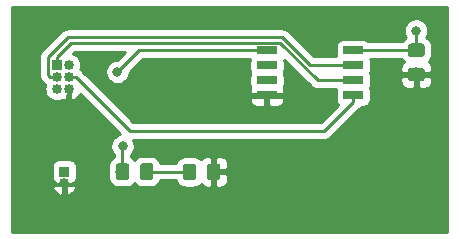
<source format=gbr>
G04 #@! TF.GenerationSoftware,KiCad,Pcbnew,(5.1.2)-1*
G04 #@! TF.CreationDate,2019-08-25T21:22:12-05:00*
G04 #@! TF.ProjectId,attiny-devboard,61747469-6e79-42d6-9465-76626f617264,rev?*
G04 #@! TF.SameCoordinates,Original*
G04 #@! TF.FileFunction,Copper,L1,Top*
G04 #@! TF.FilePolarity,Positive*
%FSLAX46Y46*%
G04 Gerber Fmt 4.6, Leading zero omitted, Abs format (unit mm)*
G04 Created by KiCad (PCBNEW (5.1.2)-1) date 2019-08-25 21:22:12*
%MOMM*%
%LPD*%
G04 APERTURE LIST*
%ADD10C,0.100000*%
%ADD11C,1.150000*%
%ADD12R,0.850000X0.850000*%
%ADD13O,0.850000X0.850000*%
%ADD14R,1.700000X0.650000*%
%ADD15C,0.800000*%
%ADD16C,0.250000*%
%ADD17C,0.254000*%
G04 APERTURE END LIST*
D10*
G36*
X144543305Y-82453504D02*
G01*
X144567573Y-82457104D01*
X144591372Y-82463065D01*
X144614471Y-82471330D01*
X144636650Y-82481820D01*
X144657693Y-82494432D01*
X144677399Y-82509047D01*
X144695577Y-82525523D01*
X144712053Y-82543701D01*
X144726668Y-82563407D01*
X144739280Y-82584450D01*
X144749770Y-82606629D01*
X144758035Y-82629728D01*
X144763996Y-82653527D01*
X144767596Y-82677795D01*
X144768800Y-82702299D01*
X144768800Y-83352301D01*
X144767596Y-83376805D01*
X144763996Y-83401073D01*
X144758035Y-83424872D01*
X144749770Y-83447971D01*
X144739280Y-83470150D01*
X144726668Y-83491193D01*
X144712053Y-83510899D01*
X144695577Y-83529077D01*
X144677399Y-83545553D01*
X144657693Y-83560168D01*
X144636650Y-83572780D01*
X144614471Y-83583270D01*
X144591372Y-83591535D01*
X144567573Y-83597496D01*
X144543305Y-83601096D01*
X144518801Y-83602300D01*
X143618799Y-83602300D01*
X143594295Y-83601096D01*
X143570027Y-83597496D01*
X143546228Y-83591535D01*
X143523129Y-83583270D01*
X143500950Y-83572780D01*
X143479907Y-83560168D01*
X143460201Y-83545553D01*
X143442023Y-83529077D01*
X143425547Y-83510899D01*
X143410932Y-83491193D01*
X143398320Y-83470150D01*
X143387830Y-83447971D01*
X143379565Y-83424872D01*
X143373604Y-83401073D01*
X143370004Y-83376805D01*
X143368800Y-83352301D01*
X143368800Y-82702299D01*
X143370004Y-82677795D01*
X143373604Y-82653527D01*
X143379565Y-82629728D01*
X143387830Y-82606629D01*
X143398320Y-82584450D01*
X143410932Y-82563407D01*
X143425547Y-82543701D01*
X143442023Y-82525523D01*
X143460201Y-82509047D01*
X143479907Y-82494432D01*
X143500950Y-82481820D01*
X143523129Y-82471330D01*
X143546228Y-82463065D01*
X143570027Y-82457104D01*
X143594295Y-82453504D01*
X143618799Y-82452300D01*
X144518801Y-82452300D01*
X144543305Y-82453504D01*
X144543305Y-82453504D01*
G37*
D11*
X144068800Y-83027300D03*
D10*
G36*
X144543305Y-84503504D02*
G01*
X144567573Y-84507104D01*
X144591372Y-84513065D01*
X144614471Y-84521330D01*
X144636650Y-84531820D01*
X144657693Y-84544432D01*
X144677399Y-84559047D01*
X144695577Y-84575523D01*
X144712053Y-84593701D01*
X144726668Y-84613407D01*
X144739280Y-84634450D01*
X144749770Y-84656629D01*
X144758035Y-84679728D01*
X144763996Y-84703527D01*
X144767596Y-84727795D01*
X144768800Y-84752299D01*
X144768800Y-85402301D01*
X144767596Y-85426805D01*
X144763996Y-85451073D01*
X144758035Y-85474872D01*
X144749770Y-85497971D01*
X144739280Y-85520150D01*
X144726668Y-85541193D01*
X144712053Y-85560899D01*
X144695577Y-85579077D01*
X144677399Y-85595553D01*
X144657693Y-85610168D01*
X144636650Y-85622780D01*
X144614471Y-85633270D01*
X144591372Y-85641535D01*
X144567573Y-85647496D01*
X144543305Y-85651096D01*
X144518801Y-85652300D01*
X143618799Y-85652300D01*
X143594295Y-85651096D01*
X143570027Y-85647496D01*
X143546228Y-85641535D01*
X143523129Y-85633270D01*
X143500950Y-85622780D01*
X143479907Y-85610168D01*
X143460201Y-85595553D01*
X143442023Y-85579077D01*
X143425547Y-85560899D01*
X143410932Y-85541193D01*
X143398320Y-85520150D01*
X143387830Y-85497971D01*
X143379565Y-85474872D01*
X143373604Y-85451073D01*
X143370004Y-85426805D01*
X143368800Y-85402301D01*
X143368800Y-84752299D01*
X143370004Y-84727795D01*
X143373604Y-84703527D01*
X143379565Y-84679728D01*
X143387830Y-84656629D01*
X143398320Y-84634450D01*
X143410932Y-84613407D01*
X143425547Y-84593701D01*
X143442023Y-84575523D01*
X143460201Y-84559047D01*
X143479907Y-84544432D01*
X143500950Y-84531820D01*
X143523129Y-84521330D01*
X143546228Y-84513065D01*
X143570027Y-84507104D01*
X143594295Y-84503504D01*
X143618799Y-84502300D01*
X144518801Y-84502300D01*
X144543305Y-84503504D01*
X144543305Y-84503504D01*
G37*
D11*
X144068800Y-85077300D03*
D10*
G36*
X127265905Y-92620804D02*
G01*
X127290173Y-92624404D01*
X127313972Y-92630365D01*
X127337071Y-92638630D01*
X127359250Y-92649120D01*
X127380293Y-92661732D01*
X127399999Y-92676347D01*
X127418177Y-92692823D01*
X127434653Y-92711001D01*
X127449268Y-92730707D01*
X127461880Y-92751750D01*
X127472370Y-92773929D01*
X127480635Y-92797028D01*
X127486596Y-92820827D01*
X127490196Y-92845095D01*
X127491400Y-92869599D01*
X127491400Y-93769601D01*
X127490196Y-93794105D01*
X127486596Y-93818373D01*
X127480635Y-93842172D01*
X127472370Y-93865271D01*
X127461880Y-93887450D01*
X127449268Y-93908493D01*
X127434653Y-93928199D01*
X127418177Y-93946377D01*
X127399999Y-93962853D01*
X127380293Y-93977468D01*
X127359250Y-93990080D01*
X127337071Y-94000570D01*
X127313972Y-94008835D01*
X127290173Y-94014796D01*
X127265905Y-94018396D01*
X127241401Y-94019600D01*
X126591399Y-94019600D01*
X126566895Y-94018396D01*
X126542627Y-94014796D01*
X126518828Y-94008835D01*
X126495729Y-94000570D01*
X126473550Y-93990080D01*
X126452507Y-93977468D01*
X126432801Y-93962853D01*
X126414623Y-93946377D01*
X126398147Y-93928199D01*
X126383532Y-93908493D01*
X126370920Y-93887450D01*
X126360430Y-93865271D01*
X126352165Y-93842172D01*
X126346204Y-93818373D01*
X126342604Y-93794105D01*
X126341400Y-93769601D01*
X126341400Y-92869599D01*
X126342604Y-92845095D01*
X126346204Y-92820827D01*
X126352165Y-92797028D01*
X126360430Y-92773929D01*
X126370920Y-92751750D01*
X126383532Y-92730707D01*
X126398147Y-92711001D01*
X126414623Y-92692823D01*
X126432801Y-92676347D01*
X126452507Y-92661732D01*
X126473550Y-92649120D01*
X126495729Y-92638630D01*
X126518828Y-92630365D01*
X126542627Y-92624404D01*
X126566895Y-92620804D01*
X126591399Y-92619600D01*
X127241401Y-92619600D01*
X127265905Y-92620804D01*
X127265905Y-92620804D01*
G37*
D11*
X126916400Y-93319600D03*
D10*
G36*
X125215905Y-92620804D02*
G01*
X125240173Y-92624404D01*
X125263972Y-92630365D01*
X125287071Y-92638630D01*
X125309250Y-92649120D01*
X125330293Y-92661732D01*
X125349999Y-92676347D01*
X125368177Y-92692823D01*
X125384653Y-92711001D01*
X125399268Y-92730707D01*
X125411880Y-92751750D01*
X125422370Y-92773929D01*
X125430635Y-92797028D01*
X125436596Y-92820827D01*
X125440196Y-92845095D01*
X125441400Y-92869599D01*
X125441400Y-93769601D01*
X125440196Y-93794105D01*
X125436596Y-93818373D01*
X125430635Y-93842172D01*
X125422370Y-93865271D01*
X125411880Y-93887450D01*
X125399268Y-93908493D01*
X125384653Y-93928199D01*
X125368177Y-93946377D01*
X125349999Y-93962853D01*
X125330293Y-93977468D01*
X125309250Y-93990080D01*
X125287071Y-94000570D01*
X125263972Y-94008835D01*
X125240173Y-94014796D01*
X125215905Y-94018396D01*
X125191401Y-94019600D01*
X124541399Y-94019600D01*
X124516895Y-94018396D01*
X124492627Y-94014796D01*
X124468828Y-94008835D01*
X124445729Y-94000570D01*
X124423550Y-93990080D01*
X124402507Y-93977468D01*
X124382801Y-93962853D01*
X124364623Y-93946377D01*
X124348147Y-93928199D01*
X124333532Y-93908493D01*
X124320920Y-93887450D01*
X124310430Y-93865271D01*
X124302165Y-93842172D01*
X124296204Y-93818373D01*
X124292604Y-93794105D01*
X124291400Y-93769601D01*
X124291400Y-92869599D01*
X124292604Y-92845095D01*
X124296204Y-92820827D01*
X124302165Y-92797028D01*
X124310430Y-92773929D01*
X124320920Y-92751750D01*
X124333532Y-92730707D01*
X124348147Y-92711001D01*
X124364623Y-92692823D01*
X124382801Y-92676347D01*
X124402507Y-92661732D01*
X124423550Y-92649120D01*
X124445729Y-92638630D01*
X124468828Y-92630365D01*
X124492627Y-92624404D01*
X124516895Y-92620804D01*
X124541399Y-92619600D01*
X125191401Y-92619600D01*
X125215905Y-92620804D01*
X125215905Y-92620804D01*
G37*
D11*
X124866400Y-93319600D03*
D12*
X114261900Y-93306900D03*
D13*
X114261900Y-94306900D03*
D12*
X113639600Y-84289900D03*
D13*
X114639600Y-84289900D03*
X113639600Y-85289900D03*
X114639600Y-85289900D03*
X113639600Y-86289900D03*
X114639600Y-86289900D03*
D10*
G36*
X121596405Y-92595404D02*
G01*
X121620673Y-92599004D01*
X121644472Y-92604965D01*
X121667571Y-92613230D01*
X121689750Y-92623720D01*
X121710793Y-92636332D01*
X121730499Y-92650947D01*
X121748677Y-92667423D01*
X121765153Y-92685601D01*
X121779768Y-92705307D01*
X121792380Y-92726350D01*
X121802870Y-92748529D01*
X121811135Y-92771628D01*
X121817096Y-92795427D01*
X121820696Y-92819695D01*
X121821900Y-92844199D01*
X121821900Y-93744201D01*
X121820696Y-93768705D01*
X121817096Y-93792973D01*
X121811135Y-93816772D01*
X121802870Y-93839871D01*
X121792380Y-93862050D01*
X121779768Y-93883093D01*
X121765153Y-93902799D01*
X121748677Y-93920977D01*
X121730499Y-93937453D01*
X121710793Y-93952068D01*
X121689750Y-93964680D01*
X121667571Y-93975170D01*
X121644472Y-93983435D01*
X121620673Y-93989396D01*
X121596405Y-93992996D01*
X121571901Y-93994200D01*
X120921899Y-93994200D01*
X120897395Y-93992996D01*
X120873127Y-93989396D01*
X120849328Y-93983435D01*
X120826229Y-93975170D01*
X120804050Y-93964680D01*
X120783007Y-93952068D01*
X120763301Y-93937453D01*
X120745123Y-93920977D01*
X120728647Y-93902799D01*
X120714032Y-93883093D01*
X120701420Y-93862050D01*
X120690930Y-93839871D01*
X120682665Y-93816772D01*
X120676704Y-93792973D01*
X120673104Y-93768705D01*
X120671900Y-93744201D01*
X120671900Y-92844199D01*
X120673104Y-92819695D01*
X120676704Y-92795427D01*
X120682665Y-92771628D01*
X120690930Y-92748529D01*
X120701420Y-92726350D01*
X120714032Y-92705307D01*
X120728647Y-92685601D01*
X120745123Y-92667423D01*
X120763301Y-92650947D01*
X120783007Y-92636332D01*
X120804050Y-92623720D01*
X120826229Y-92613230D01*
X120849328Y-92604965D01*
X120873127Y-92599004D01*
X120897395Y-92595404D01*
X120921899Y-92594200D01*
X121571901Y-92594200D01*
X121596405Y-92595404D01*
X121596405Y-92595404D01*
G37*
D11*
X121246900Y-93294200D03*
D10*
G36*
X119546405Y-92595404D02*
G01*
X119570673Y-92599004D01*
X119594472Y-92604965D01*
X119617571Y-92613230D01*
X119639750Y-92623720D01*
X119660793Y-92636332D01*
X119680499Y-92650947D01*
X119698677Y-92667423D01*
X119715153Y-92685601D01*
X119729768Y-92705307D01*
X119742380Y-92726350D01*
X119752870Y-92748529D01*
X119761135Y-92771628D01*
X119767096Y-92795427D01*
X119770696Y-92819695D01*
X119771900Y-92844199D01*
X119771900Y-93744201D01*
X119770696Y-93768705D01*
X119767096Y-93792973D01*
X119761135Y-93816772D01*
X119752870Y-93839871D01*
X119742380Y-93862050D01*
X119729768Y-93883093D01*
X119715153Y-93902799D01*
X119698677Y-93920977D01*
X119680499Y-93937453D01*
X119660793Y-93952068D01*
X119639750Y-93964680D01*
X119617571Y-93975170D01*
X119594472Y-93983435D01*
X119570673Y-93989396D01*
X119546405Y-93992996D01*
X119521901Y-93994200D01*
X118871899Y-93994200D01*
X118847395Y-93992996D01*
X118823127Y-93989396D01*
X118799328Y-93983435D01*
X118776229Y-93975170D01*
X118754050Y-93964680D01*
X118733007Y-93952068D01*
X118713301Y-93937453D01*
X118695123Y-93920977D01*
X118678647Y-93902799D01*
X118664032Y-93883093D01*
X118651420Y-93862050D01*
X118640930Y-93839871D01*
X118632665Y-93816772D01*
X118626704Y-93792973D01*
X118623104Y-93768705D01*
X118621900Y-93744201D01*
X118621900Y-92844199D01*
X118623104Y-92819695D01*
X118626704Y-92795427D01*
X118632665Y-92771628D01*
X118640930Y-92748529D01*
X118651420Y-92726350D01*
X118664032Y-92705307D01*
X118678647Y-92685601D01*
X118695123Y-92667423D01*
X118713301Y-92650947D01*
X118733007Y-92636332D01*
X118754050Y-92623720D01*
X118776229Y-92613230D01*
X118799328Y-92604965D01*
X118823127Y-92599004D01*
X118847395Y-92595404D01*
X118871899Y-92594200D01*
X119521901Y-92594200D01*
X119546405Y-92595404D01*
X119546405Y-92595404D01*
G37*
D11*
X119196900Y-93294200D03*
D14*
X131427200Y-83045300D03*
X131427200Y-84315300D03*
X131427200Y-85585300D03*
X131427200Y-86855300D03*
X138727200Y-86855300D03*
X138727200Y-85585300D03*
X138727200Y-84315300D03*
X138727200Y-83045300D03*
D15*
X144068800Y-81356200D03*
X119202200Y-91147900D03*
X118770400Y-84863940D03*
D16*
X144068800Y-83027300D02*
X144068800Y-81356200D01*
X138745200Y-83027300D02*
X138727200Y-83045300D01*
X144068800Y-83027300D02*
X138745200Y-83027300D01*
X119196900Y-93294200D02*
X119196900Y-91153200D01*
X119196900Y-91153200D02*
X119202200Y-91147900D01*
X124841000Y-93294200D02*
X124866400Y-93319600D01*
X121246900Y-93294200D02*
X124841000Y-93294200D01*
X113639600Y-83614900D02*
X113639600Y-84289900D01*
X114859201Y-82395299D02*
X113639600Y-83614900D01*
X132537201Y-82395299D02*
X114859201Y-82395299D01*
X138727200Y-85585300D02*
X135727202Y-85585300D01*
X135727202Y-85585300D02*
X132537201Y-82395299D01*
X113038560Y-85289900D02*
X113639600Y-85289900D01*
X112889599Y-85149899D02*
X113029600Y-85289900D01*
X112889599Y-83604899D02*
X112889599Y-85149899D01*
X114549208Y-81945290D02*
X112889599Y-83604899D01*
X132723602Y-81945290D02*
X114549208Y-81945290D01*
X135093612Y-84315300D02*
X132723602Y-81945290D01*
X113029600Y-85289900D02*
X113038560Y-85289900D01*
X138727200Y-84315300D02*
X135093612Y-84315300D01*
X138727200Y-86855300D02*
X138202200Y-86855300D01*
X115240640Y-85289900D02*
X114639600Y-85289900D01*
X119808320Y-89857580D02*
X115240640Y-85289900D01*
X136299920Y-89857580D02*
X119808320Y-89857580D01*
X138727200Y-86855300D02*
X138727200Y-87430300D01*
X138727200Y-87430300D02*
X136299920Y-89857580D01*
X131427200Y-83045300D02*
X120589040Y-83045300D01*
X120589040Y-83045300D02*
X118770400Y-84863940D01*
X113639600Y-86436200D02*
X113639600Y-86289900D01*
D17*
G36*
X146660001Y-98400000D02*
G01*
X109880000Y-98400000D01*
X109880000Y-94596962D01*
X113242360Y-94596962D01*
X113253028Y-94632150D01*
X113335866Y-94822722D01*
X113454291Y-94993471D01*
X113603752Y-95137836D01*
X113778506Y-95250268D01*
X113971836Y-95326447D01*
X114134900Y-95200521D01*
X114134900Y-94433900D01*
X114388900Y-94433900D01*
X114388900Y-95200521D01*
X114551964Y-95326447D01*
X114745294Y-95250268D01*
X114920048Y-95137836D01*
X115069509Y-94993471D01*
X115187934Y-94822722D01*
X115270772Y-94632150D01*
X115281440Y-94596962D01*
X115154157Y-94433900D01*
X114388900Y-94433900D01*
X114134900Y-94433900D01*
X113369643Y-94433900D01*
X113242360Y-94596962D01*
X109880000Y-94596962D01*
X109880000Y-92881900D01*
X113198828Y-92881900D01*
X113198828Y-93731900D01*
X113211088Y-93856382D01*
X113247398Y-93976080D01*
X113252068Y-93984817D01*
X113242360Y-94016838D01*
X113369643Y-94179900D01*
X113383101Y-94179900D01*
X113385715Y-94183085D01*
X113482406Y-94262437D01*
X113592720Y-94321402D01*
X113712418Y-94357712D01*
X113836900Y-94369972D01*
X114686900Y-94369972D01*
X114811382Y-94357712D01*
X114931080Y-94321402D01*
X115041394Y-94262437D01*
X115138085Y-94183085D01*
X115140699Y-94179900D01*
X115154157Y-94179900D01*
X115281440Y-94016838D01*
X115271732Y-93984817D01*
X115276402Y-93976080D01*
X115312712Y-93856382D01*
X115324972Y-93731900D01*
X115324972Y-92881900D01*
X115312712Y-92757418D01*
X115276402Y-92637720D01*
X115217437Y-92527406D01*
X115138085Y-92430715D01*
X115041394Y-92351363D01*
X114931080Y-92292398D01*
X114811382Y-92256088D01*
X114686900Y-92243828D01*
X113836900Y-92243828D01*
X113712418Y-92256088D01*
X113592720Y-92292398D01*
X113482406Y-92351363D01*
X113385715Y-92430715D01*
X113306363Y-92527406D01*
X113247398Y-92637720D01*
X113211088Y-92757418D01*
X113198828Y-92881900D01*
X109880000Y-92881900D01*
X109880000Y-83604899D01*
X112125923Y-83604899D01*
X112129599Y-83642222D01*
X112129600Y-85112567D01*
X112125923Y-85149899D01*
X112129600Y-85187232D01*
X112133803Y-85229900D01*
X112140597Y-85298884D01*
X112184053Y-85442145D01*
X112254625Y-85574175D01*
X112325800Y-85660901D01*
X112349599Y-85689900D01*
X112378597Y-85713698D01*
X112465796Y-85800897D01*
X112489599Y-85829901D01*
X112605324Y-85924874D01*
X112637428Y-85942034D01*
X112594938Y-86082104D01*
X112574472Y-86289900D01*
X112594938Y-86497696D01*
X112655550Y-86697507D01*
X112753978Y-86881653D01*
X112886441Y-87043059D01*
X113047847Y-87175522D01*
X113231993Y-87273950D01*
X113431804Y-87334562D01*
X113587534Y-87349900D01*
X113691666Y-87349900D01*
X113847396Y-87334562D01*
X114047207Y-87273950D01*
X114141282Y-87223666D01*
X114156206Y-87233268D01*
X114349536Y-87309447D01*
X114512600Y-87183521D01*
X114512600Y-86897033D01*
X114525222Y-86881653D01*
X114623650Y-86697507D01*
X114684262Y-86497696D01*
X114698889Y-86349189D01*
X114786600Y-86340550D01*
X114786600Y-86416900D01*
X114766600Y-86416900D01*
X114766600Y-87183521D01*
X114929664Y-87309447D01*
X115122994Y-87233268D01*
X115297748Y-87120836D01*
X115447209Y-86976471D01*
X115565634Y-86805722D01*
X115600788Y-86724849D01*
X119007324Y-90131386D01*
X118900302Y-90152674D01*
X118711944Y-90230695D01*
X118542426Y-90343963D01*
X118398263Y-90488126D01*
X118284995Y-90657644D01*
X118206974Y-90846002D01*
X118167200Y-91045961D01*
X118167200Y-91249839D01*
X118206974Y-91449798D01*
X118284995Y-91638156D01*
X118398263Y-91807674D01*
X118436901Y-91846312D01*
X118436901Y-92074586D01*
X118378513Y-92105795D01*
X118243938Y-92216238D01*
X118133495Y-92350813D01*
X118051428Y-92504349D01*
X118000892Y-92670945D01*
X117983828Y-92844199D01*
X117983828Y-93744201D01*
X118000892Y-93917455D01*
X118051428Y-94084051D01*
X118133495Y-94237587D01*
X118243938Y-94372162D01*
X118378513Y-94482605D01*
X118532049Y-94564672D01*
X118698645Y-94615208D01*
X118871899Y-94632272D01*
X119521901Y-94632272D01*
X119695155Y-94615208D01*
X119861751Y-94564672D01*
X120015287Y-94482605D01*
X120149862Y-94372162D01*
X120221900Y-94284384D01*
X120293938Y-94372162D01*
X120428513Y-94482605D01*
X120582049Y-94564672D01*
X120748645Y-94615208D01*
X120921899Y-94632272D01*
X121571901Y-94632272D01*
X121745155Y-94615208D01*
X121911751Y-94564672D01*
X122065287Y-94482605D01*
X122199862Y-94372162D01*
X122310305Y-94237587D01*
X122392372Y-94084051D01*
X122401427Y-94054200D01*
X123704168Y-94054200D01*
X123720928Y-94109451D01*
X123802995Y-94262987D01*
X123913438Y-94397562D01*
X124048013Y-94508005D01*
X124201549Y-94590072D01*
X124368145Y-94640608D01*
X124541399Y-94657672D01*
X125191401Y-94657672D01*
X125364655Y-94640608D01*
X125531251Y-94590072D01*
X125684787Y-94508005D01*
X125819362Y-94397562D01*
X125824742Y-94391006D01*
X125890215Y-94470785D01*
X125986906Y-94550137D01*
X126097220Y-94609102D01*
X126216918Y-94645412D01*
X126341400Y-94657672D01*
X126630650Y-94654600D01*
X126789400Y-94495850D01*
X126789400Y-93446600D01*
X127043400Y-93446600D01*
X127043400Y-94495850D01*
X127202150Y-94654600D01*
X127491400Y-94657672D01*
X127615882Y-94645412D01*
X127735580Y-94609102D01*
X127845894Y-94550137D01*
X127942585Y-94470785D01*
X128021937Y-94374094D01*
X128080902Y-94263780D01*
X128117212Y-94144082D01*
X128129472Y-94019600D01*
X128126400Y-93605350D01*
X127967650Y-93446600D01*
X127043400Y-93446600D01*
X126789400Y-93446600D01*
X126769400Y-93446600D01*
X126769400Y-93192600D01*
X126789400Y-93192600D01*
X126789400Y-92143350D01*
X127043400Y-92143350D01*
X127043400Y-93192600D01*
X127967650Y-93192600D01*
X128126400Y-93033850D01*
X128129472Y-92619600D01*
X128117212Y-92495118D01*
X128080902Y-92375420D01*
X128021937Y-92265106D01*
X127942585Y-92168415D01*
X127845894Y-92089063D01*
X127735580Y-92030098D01*
X127615882Y-91993788D01*
X127491400Y-91981528D01*
X127202150Y-91984600D01*
X127043400Y-92143350D01*
X126789400Y-92143350D01*
X126630650Y-91984600D01*
X126341400Y-91981528D01*
X126216918Y-91993788D01*
X126097220Y-92030098D01*
X125986906Y-92089063D01*
X125890215Y-92168415D01*
X125824742Y-92248194D01*
X125819362Y-92241638D01*
X125684787Y-92131195D01*
X125531251Y-92049128D01*
X125364655Y-91998592D01*
X125191401Y-91981528D01*
X124541399Y-91981528D01*
X124368145Y-91998592D01*
X124201549Y-92049128D01*
X124048013Y-92131195D01*
X123913438Y-92241638D01*
X123802995Y-92376213D01*
X123720928Y-92529749D01*
X123719578Y-92534200D01*
X122401427Y-92534200D01*
X122392372Y-92504349D01*
X122310305Y-92350813D01*
X122199862Y-92216238D01*
X122065287Y-92105795D01*
X121911751Y-92023728D01*
X121745155Y-91973192D01*
X121571901Y-91956128D01*
X120921899Y-91956128D01*
X120748645Y-91973192D01*
X120582049Y-92023728D01*
X120428513Y-92105795D01*
X120293938Y-92216238D01*
X120221900Y-92304016D01*
X120149862Y-92216238D01*
X120015287Y-92105795D01*
X119956900Y-92074586D01*
X119956900Y-91856911D01*
X120006137Y-91807674D01*
X120119405Y-91638156D01*
X120197426Y-91449798D01*
X120237200Y-91249839D01*
X120237200Y-91045961D01*
X120197426Y-90846002D01*
X120119405Y-90657644D01*
X120092635Y-90617580D01*
X136262598Y-90617580D01*
X136299920Y-90621256D01*
X136337242Y-90617580D01*
X136337253Y-90617580D01*
X136448906Y-90606583D01*
X136592167Y-90563126D01*
X136724196Y-90492554D01*
X136839921Y-90397581D01*
X136863724Y-90368577D01*
X139238203Y-87994099D01*
X139267201Y-87970301D01*
X139362174Y-87854576D01*
X139381526Y-87818372D01*
X139577200Y-87818372D01*
X139701682Y-87806112D01*
X139821380Y-87769802D01*
X139931694Y-87710837D01*
X140028385Y-87631485D01*
X140107737Y-87534794D01*
X140166702Y-87424480D01*
X140203012Y-87304782D01*
X140215272Y-87180300D01*
X140215272Y-86530300D01*
X140203012Y-86405818D01*
X140166702Y-86286120D01*
X140131520Y-86220300D01*
X140166702Y-86154480D01*
X140203012Y-86034782D01*
X140215272Y-85910300D01*
X140215272Y-85652300D01*
X142730728Y-85652300D01*
X142742988Y-85776782D01*
X142779298Y-85896480D01*
X142838263Y-86006794D01*
X142917615Y-86103485D01*
X143014306Y-86182837D01*
X143124620Y-86241802D01*
X143244318Y-86278112D01*
X143368800Y-86290372D01*
X143783050Y-86287300D01*
X143941800Y-86128550D01*
X143941800Y-85204300D01*
X144195800Y-85204300D01*
X144195800Y-86128550D01*
X144354550Y-86287300D01*
X144768800Y-86290372D01*
X144893282Y-86278112D01*
X145012980Y-86241802D01*
X145123294Y-86182837D01*
X145219985Y-86103485D01*
X145299337Y-86006794D01*
X145358302Y-85896480D01*
X145394612Y-85776782D01*
X145406872Y-85652300D01*
X145403800Y-85363050D01*
X145245050Y-85204300D01*
X144195800Y-85204300D01*
X143941800Y-85204300D01*
X142892550Y-85204300D01*
X142733800Y-85363050D01*
X142730728Y-85652300D01*
X140215272Y-85652300D01*
X140215272Y-85260300D01*
X140203012Y-85135818D01*
X140166702Y-85016120D01*
X140131520Y-84950300D01*
X140166702Y-84884480D01*
X140203012Y-84764782D01*
X140215272Y-84640300D01*
X140215272Y-83990300D01*
X140203012Y-83865818D01*
X140179194Y-83787300D01*
X142849186Y-83787300D01*
X142880395Y-83845687D01*
X142990838Y-83980262D01*
X142997394Y-83985642D01*
X142917615Y-84051115D01*
X142838263Y-84147806D01*
X142779298Y-84258120D01*
X142742988Y-84377818D01*
X142730728Y-84502300D01*
X142733800Y-84791550D01*
X142892550Y-84950300D01*
X143941800Y-84950300D01*
X143941800Y-84930300D01*
X144195800Y-84930300D01*
X144195800Y-84950300D01*
X145245050Y-84950300D01*
X145403800Y-84791550D01*
X145406872Y-84502300D01*
X145394612Y-84377818D01*
X145358302Y-84258120D01*
X145299337Y-84147806D01*
X145219985Y-84051115D01*
X145140206Y-83985642D01*
X145146762Y-83980262D01*
X145257205Y-83845687D01*
X145339272Y-83692151D01*
X145389808Y-83525555D01*
X145406872Y-83352301D01*
X145406872Y-82702299D01*
X145389808Y-82529045D01*
X145339272Y-82362449D01*
X145257205Y-82208913D01*
X145146762Y-82074338D01*
X145012187Y-81963895D01*
X144935075Y-81922678D01*
X144986005Y-81846456D01*
X145064026Y-81658098D01*
X145103800Y-81458139D01*
X145103800Y-81254261D01*
X145064026Y-81054302D01*
X144986005Y-80865944D01*
X144872737Y-80696426D01*
X144728574Y-80552263D01*
X144559056Y-80438995D01*
X144370698Y-80360974D01*
X144170739Y-80321200D01*
X143966861Y-80321200D01*
X143766902Y-80360974D01*
X143578544Y-80438995D01*
X143409026Y-80552263D01*
X143264863Y-80696426D01*
X143151595Y-80865944D01*
X143073574Y-81054302D01*
X143033800Y-81254261D01*
X143033800Y-81458139D01*
X143073574Y-81658098D01*
X143151595Y-81846456D01*
X143202525Y-81922678D01*
X143125413Y-81963895D01*
X142990838Y-82074338D01*
X142880395Y-82208913D01*
X142849186Y-82267300D01*
X140026173Y-82267300D01*
X139931694Y-82189763D01*
X139821380Y-82130798D01*
X139701682Y-82094488D01*
X139577200Y-82082228D01*
X137877200Y-82082228D01*
X137752718Y-82094488D01*
X137633020Y-82130798D01*
X137522706Y-82189763D01*
X137426015Y-82269115D01*
X137346663Y-82365806D01*
X137287698Y-82476120D01*
X137251388Y-82595818D01*
X137239128Y-82720300D01*
X137239128Y-83370300D01*
X137251388Y-83494782D01*
X137269746Y-83555300D01*
X135408414Y-83555300D01*
X133287406Y-81434293D01*
X133263603Y-81405289D01*
X133147878Y-81310316D01*
X133015849Y-81239744D01*
X132872588Y-81196287D01*
X132760935Y-81185290D01*
X132760924Y-81185290D01*
X132723602Y-81181614D01*
X132686280Y-81185290D01*
X114586541Y-81185290D01*
X114549208Y-81181613D01*
X114511875Y-81185290D01*
X114400222Y-81196287D01*
X114256961Y-81239744D01*
X114124932Y-81310316D01*
X114009207Y-81405289D01*
X113985409Y-81434287D01*
X112378602Y-83041095D01*
X112349598Y-83064898D01*
X112317592Y-83103898D01*
X112254625Y-83180623D01*
X112187689Y-83305850D01*
X112184053Y-83312653D01*
X112140596Y-83455914D01*
X112129599Y-83567567D01*
X112129599Y-83567577D01*
X112125923Y-83604899D01*
X109880000Y-83604899D01*
X109880000Y-79400000D01*
X146660000Y-79400000D01*
X146660001Y-98400000D01*
X146660001Y-98400000D01*
G37*
X146660001Y-98400000D02*
X109880000Y-98400000D01*
X109880000Y-94596962D01*
X113242360Y-94596962D01*
X113253028Y-94632150D01*
X113335866Y-94822722D01*
X113454291Y-94993471D01*
X113603752Y-95137836D01*
X113778506Y-95250268D01*
X113971836Y-95326447D01*
X114134900Y-95200521D01*
X114134900Y-94433900D01*
X114388900Y-94433900D01*
X114388900Y-95200521D01*
X114551964Y-95326447D01*
X114745294Y-95250268D01*
X114920048Y-95137836D01*
X115069509Y-94993471D01*
X115187934Y-94822722D01*
X115270772Y-94632150D01*
X115281440Y-94596962D01*
X115154157Y-94433900D01*
X114388900Y-94433900D01*
X114134900Y-94433900D01*
X113369643Y-94433900D01*
X113242360Y-94596962D01*
X109880000Y-94596962D01*
X109880000Y-92881900D01*
X113198828Y-92881900D01*
X113198828Y-93731900D01*
X113211088Y-93856382D01*
X113247398Y-93976080D01*
X113252068Y-93984817D01*
X113242360Y-94016838D01*
X113369643Y-94179900D01*
X113383101Y-94179900D01*
X113385715Y-94183085D01*
X113482406Y-94262437D01*
X113592720Y-94321402D01*
X113712418Y-94357712D01*
X113836900Y-94369972D01*
X114686900Y-94369972D01*
X114811382Y-94357712D01*
X114931080Y-94321402D01*
X115041394Y-94262437D01*
X115138085Y-94183085D01*
X115140699Y-94179900D01*
X115154157Y-94179900D01*
X115281440Y-94016838D01*
X115271732Y-93984817D01*
X115276402Y-93976080D01*
X115312712Y-93856382D01*
X115324972Y-93731900D01*
X115324972Y-92881900D01*
X115312712Y-92757418D01*
X115276402Y-92637720D01*
X115217437Y-92527406D01*
X115138085Y-92430715D01*
X115041394Y-92351363D01*
X114931080Y-92292398D01*
X114811382Y-92256088D01*
X114686900Y-92243828D01*
X113836900Y-92243828D01*
X113712418Y-92256088D01*
X113592720Y-92292398D01*
X113482406Y-92351363D01*
X113385715Y-92430715D01*
X113306363Y-92527406D01*
X113247398Y-92637720D01*
X113211088Y-92757418D01*
X113198828Y-92881900D01*
X109880000Y-92881900D01*
X109880000Y-83604899D01*
X112125923Y-83604899D01*
X112129599Y-83642222D01*
X112129600Y-85112567D01*
X112125923Y-85149899D01*
X112129600Y-85187232D01*
X112133803Y-85229900D01*
X112140597Y-85298884D01*
X112184053Y-85442145D01*
X112254625Y-85574175D01*
X112325800Y-85660901D01*
X112349599Y-85689900D01*
X112378597Y-85713698D01*
X112465796Y-85800897D01*
X112489599Y-85829901D01*
X112605324Y-85924874D01*
X112637428Y-85942034D01*
X112594938Y-86082104D01*
X112574472Y-86289900D01*
X112594938Y-86497696D01*
X112655550Y-86697507D01*
X112753978Y-86881653D01*
X112886441Y-87043059D01*
X113047847Y-87175522D01*
X113231993Y-87273950D01*
X113431804Y-87334562D01*
X113587534Y-87349900D01*
X113691666Y-87349900D01*
X113847396Y-87334562D01*
X114047207Y-87273950D01*
X114141282Y-87223666D01*
X114156206Y-87233268D01*
X114349536Y-87309447D01*
X114512600Y-87183521D01*
X114512600Y-86897033D01*
X114525222Y-86881653D01*
X114623650Y-86697507D01*
X114684262Y-86497696D01*
X114698889Y-86349189D01*
X114786600Y-86340550D01*
X114786600Y-86416900D01*
X114766600Y-86416900D01*
X114766600Y-87183521D01*
X114929664Y-87309447D01*
X115122994Y-87233268D01*
X115297748Y-87120836D01*
X115447209Y-86976471D01*
X115565634Y-86805722D01*
X115600788Y-86724849D01*
X119007324Y-90131386D01*
X118900302Y-90152674D01*
X118711944Y-90230695D01*
X118542426Y-90343963D01*
X118398263Y-90488126D01*
X118284995Y-90657644D01*
X118206974Y-90846002D01*
X118167200Y-91045961D01*
X118167200Y-91249839D01*
X118206974Y-91449798D01*
X118284995Y-91638156D01*
X118398263Y-91807674D01*
X118436901Y-91846312D01*
X118436901Y-92074586D01*
X118378513Y-92105795D01*
X118243938Y-92216238D01*
X118133495Y-92350813D01*
X118051428Y-92504349D01*
X118000892Y-92670945D01*
X117983828Y-92844199D01*
X117983828Y-93744201D01*
X118000892Y-93917455D01*
X118051428Y-94084051D01*
X118133495Y-94237587D01*
X118243938Y-94372162D01*
X118378513Y-94482605D01*
X118532049Y-94564672D01*
X118698645Y-94615208D01*
X118871899Y-94632272D01*
X119521901Y-94632272D01*
X119695155Y-94615208D01*
X119861751Y-94564672D01*
X120015287Y-94482605D01*
X120149862Y-94372162D01*
X120221900Y-94284384D01*
X120293938Y-94372162D01*
X120428513Y-94482605D01*
X120582049Y-94564672D01*
X120748645Y-94615208D01*
X120921899Y-94632272D01*
X121571901Y-94632272D01*
X121745155Y-94615208D01*
X121911751Y-94564672D01*
X122065287Y-94482605D01*
X122199862Y-94372162D01*
X122310305Y-94237587D01*
X122392372Y-94084051D01*
X122401427Y-94054200D01*
X123704168Y-94054200D01*
X123720928Y-94109451D01*
X123802995Y-94262987D01*
X123913438Y-94397562D01*
X124048013Y-94508005D01*
X124201549Y-94590072D01*
X124368145Y-94640608D01*
X124541399Y-94657672D01*
X125191401Y-94657672D01*
X125364655Y-94640608D01*
X125531251Y-94590072D01*
X125684787Y-94508005D01*
X125819362Y-94397562D01*
X125824742Y-94391006D01*
X125890215Y-94470785D01*
X125986906Y-94550137D01*
X126097220Y-94609102D01*
X126216918Y-94645412D01*
X126341400Y-94657672D01*
X126630650Y-94654600D01*
X126789400Y-94495850D01*
X126789400Y-93446600D01*
X127043400Y-93446600D01*
X127043400Y-94495850D01*
X127202150Y-94654600D01*
X127491400Y-94657672D01*
X127615882Y-94645412D01*
X127735580Y-94609102D01*
X127845894Y-94550137D01*
X127942585Y-94470785D01*
X128021937Y-94374094D01*
X128080902Y-94263780D01*
X128117212Y-94144082D01*
X128129472Y-94019600D01*
X128126400Y-93605350D01*
X127967650Y-93446600D01*
X127043400Y-93446600D01*
X126789400Y-93446600D01*
X126769400Y-93446600D01*
X126769400Y-93192600D01*
X126789400Y-93192600D01*
X126789400Y-92143350D01*
X127043400Y-92143350D01*
X127043400Y-93192600D01*
X127967650Y-93192600D01*
X128126400Y-93033850D01*
X128129472Y-92619600D01*
X128117212Y-92495118D01*
X128080902Y-92375420D01*
X128021937Y-92265106D01*
X127942585Y-92168415D01*
X127845894Y-92089063D01*
X127735580Y-92030098D01*
X127615882Y-91993788D01*
X127491400Y-91981528D01*
X127202150Y-91984600D01*
X127043400Y-92143350D01*
X126789400Y-92143350D01*
X126630650Y-91984600D01*
X126341400Y-91981528D01*
X126216918Y-91993788D01*
X126097220Y-92030098D01*
X125986906Y-92089063D01*
X125890215Y-92168415D01*
X125824742Y-92248194D01*
X125819362Y-92241638D01*
X125684787Y-92131195D01*
X125531251Y-92049128D01*
X125364655Y-91998592D01*
X125191401Y-91981528D01*
X124541399Y-91981528D01*
X124368145Y-91998592D01*
X124201549Y-92049128D01*
X124048013Y-92131195D01*
X123913438Y-92241638D01*
X123802995Y-92376213D01*
X123720928Y-92529749D01*
X123719578Y-92534200D01*
X122401427Y-92534200D01*
X122392372Y-92504349D01*
X122310305Y-92350813D01*
X122199862Y-92216238D01*
X122065287Y-92105795D01*
X121911751Y-92023728D01*
X121745155Y-91973192D01*
X121571901Y-91956128D01*
X120921899Y-91956128D01*
X120748645Y-91973192D01*
X120582049Y-92023728D01*
X120428513Y-92105795D01*
X120293938Y-92216238D01*
X120221900Y-92304016D01*
X120149862Y-92216238D01*
X120015287Y-92105795D01*
X119956900Y-92074586D01*
X119956900Y-91856911D01*
X120006137Y-91807674D01*
X120119405Y-91638156D01*
X120197426Y-91449798D01*
X120237200Y-91249839D01*
X120237200Y-91045961D01*
X120197426Y-90846002D01*
X120119405Y-90657644D01*
X120092635Y-90617580D01*
X136262598Y-90617580D01*
X136299920Y-90621256D01*
X136337242Y-90617580D01*
X136337253Y-90617580D01*
X136448906Y-90606583D01*
X136592167Y-90563126D01*
X136724196Y-90492554D01*
X136839921Y-90397581D01*
X136863724Y-90368577D01*
X139238203Y-87994099D01*
X139267201Y-87970301D01*
X139362174Y-87854576D01*
X139381526Y-87818372D01*
X139577200Y-87818372D01*
X139701682Y-87806112D01*
X139821380Y-87769802D01*
X139931694Y-87710837D01*
X140028385Y-87631485D01*
X140107737Y-87534794D01*
X140166702Y-87424480D01*
X140203012Y-87304782D01*
X140215272Y-87180300D01*
X140215272Y-86530300D01*
X140203012Y-86405818D01*
X140166702Y-86286120D01*
X140131520Y-86220300D01*
X140166702Y-86154480D01*
X140203012Y-86034782D01*
X140215272Y-85910300D01*
X140215272Y-85652300D01*
X142730728Y-85652300D01*
X142742988Y-85776782D01*
X142779298Y-85896480D01*
X142838263Y-86006794D01*
X142917615Y-86103485D01*
X143014306Y-86182837D01*
X143124620Y-86241802D01*
X143244318Y-86278112D01*
X143368800Y-86290372D01*
X143783050Y-86287300D01*
X143941800Y-86128550D01*
X143941800Y-85204300D01*
X144195800Y-85204300D01*
X144195800Y-86128550D01*
X144354550Y-86287300D01*
X144768800Y-86290372D01*
X144893282Y-86278112D01*
X145012980Y-86241802D01*
X145123294Y-86182837D01*
X145219985Y-86103485D01*
X145299337Y-86006794D01*
X145358302Y-85896480D01*
X145394612Y-85776782D01*
X145406872Y-85652300D01*
X145403800Y-85363050D01*
X145245050Y-85204300D01*
X144195800Y-85204300D01*
X143941800Y-85204300D01*
X142892550Y-85204300D01*
X142733800Y-85363050D01*
X142730728Y-85652300D01*
X140215272Y-85652300D01*
X140215272Y-85260300D01*
X140203012Y-85135818D01*
X140166702Y-85016120D01*
X140131520Y-84950300D01*
X140166702Y-84884480D01*
X140203012Y-84764782D01*
X140215272Y-84640300D01*
X140215272Y-83990300D01*
X140203012Y-83865818D01*
X140179194Y-83787300D01*
X142849186Y-83787300D01*
X142880395Y-83845687D01*
X142990838Y-83980262D01*
X142997394Y-83985642D01*
X142917615Y-84051115D01*
X142838263Y-84147806D01*
X142779298Y-84258120D01*
X142742988Y-84377818D01*
X142730728Y-84502300D01*
X142733800Y-84791550D01*
X142892550Y-84950300D01*
X143941800Y-84950300D01*
X143941800Y-84930300D01*
X144195800Y-84930300D01*
X144195800Y-84950300D01*
X145245050Y-84950300D01*
X145403800Y-84791550D01*
X145406872Y-84502300D01*
X145394612Y-84377818D01*
X145358302Y-84258120D01*
X145299337Y-84147806D01*
X145219985Y-84051115D01*
X145140206Y-83985642D01*
X145146762Y-83980262D01*
X145257205Y-83845687D01*
X145339272Y-83692151D01*
X145389808Y-83525555D01*
X145406872Y-83352301D01*
X145406872Y-82702299D01*
X145389808Y-82529045D01*
X145339272Y-82362449D01*
X145257205Y-82208913D01*
X145146762Y-82074338D01*
X145012187Y-81963895D01*
X144935075Y-81922678D01*
X144986005Y-81846456D01*
X145064026Y-81658098D01*
X145103800Y-81458139D01*
X145103800Y-81254261D01*
X145064026Y-81054302D01*
X144986005Y-80865944D01*
X144872737Y-80696426D01*
X144728574Y-80552263D01*
X144559056Y-80438995D01*
X144370698Y-80360974D01*
X144170739Y-80321200D01*
X143966861Y-80321200D01*
X143766902Y-80360974D01*
X143578544Y-80438995D01*
X143409026Y-80552263D01*
X143264863Y-80696426D01*
X143151595Y-80865944D01*
X143073574Y-81054302D01*
X143033800Y-81254261D01*
X143033800Y-81458139D01*
X143073574Y-81658098D01*
X143151595Y-81846456D01*
X143202525Y-81922678D01*
X143125413Y-81963895D01*
X142990838Y-82074338D01*
X142880395Y-82208913D01*
X142849186Y-82267300D01*
X140026173Y-82267300D01*
X139931694Y-82189763D01*
X139821380Y-82130798D01*
X139701682Y-82094488D01*
X139577200Y-82082228D01*
X137877200Y-82082228D01*
X137752718Y-82094488D01*
X137633020Y-82130798D01*
X137522706Y-82189763D01*
X137426015Y-82269115D01*
X137346663Y-82365806D01*
X137287698Y-82476120D01*
X137251388Y-82595818D01*
X137239128Y-82720300D01*
X137239128Y-83370300D01*
X137251388Y-83494782D01*
X137269746Y-83555300D01*
X135408414Y-83555300D01*
X133287406Y-81434293D01*
X133263603Y-81405289D01*
X133147878Y-81310316D01*
X133015849Y-81239744D01*
X132872588Y-81196287D01*
X132760935Y-81185290D01*
X132760924Y-81185290D01*
X132723602Y-81181614D01*
X132686280Y-81185290D01*
X114586541Y-81185290D01*
X114549208Y-81181613D01*
X114511875Y-81185290D01*
X114400222Y-81196287D01*
X114256961Y-81239744D01*
X114124932Y-81310316D01*
X114009207Y-81405289D01*
X113985409Y-81434287D01*
X112378602Y-83041095D01*
X112349598Y-83064898D01*
X112317592Y-83103898D01*
X112254625Y-83180623D01*
X112187689Y-83305850D01*
X112184053Y-83312653D01*
X112140596Y-83455914D01*
X112129599Y-83567567D01*
X112129599Y-83567577D01*
X112125923Y-83604899D01*
X109880000Y-83604899D01*
X109880000Y-79400000D01*
X146660000Y-79400000D01*
X146660001Y-98400000D01*
G36*
X118730599Y-83828940D02*
G01*
X118668461Y-83828940D01*
X118468502Y-83868714D01*
X118280144Y-83946735D01*
X118110626Y-84060003D01*
X117966463Y-84204166D01*
X117853195Y-84373684D01*
X117775174Y-84562042D01*
X117735400Y-84762001D01*
X117735400Y-84965879D01*
X117775174Y-85165838D01*
X117853195Y-85354196D01*
X117966463Y-85523714D01*
X118110626Y-85667877D01*
X118280144Y-85781145D01*
X118468502Y-85859166D01*
X118668461Y-85898940D01*
X118872339Y-85898940D01*
X119072298Y-85859166D01*
X119260656Y-85781145D01*
X119430174Y-85667877D01*
X119574337Y-85523714D01*
X119687605Y-85354196D01*
X119765626Y-85165838D01*
X119805400Y-84965879D01*
X119805400Y-84903741D01*
X120903842Y-83805300D01*
X129969746Y-83805300D01*
X129951388Y-83865818D01*
X129939128Y-83990300D01*
X129939128Y-84640300D01*
X129951388Y-84764782D01*
X129987698Y-84884480D01*
X130022880Y-84950300D01*
X129987698Y-85016120D01*
X129951388Y-85135818D01*
X129939128Y-85260300D01*
X129939128Y-85910300D01*
X129951388Y-86034782D01*
X129987698Y-86154480D01*
X130022880Y-86220300D01*
X129987698Y-86286120D01*
X129951388Y-86405818D01*
X129939128Y-86530300D01*
X129942200Y-86569550D01*
X130100950Y-86728300D01*
X131300200Y-86728300D01*
X131300200Y-86708300D01*
X131554200Y-86708300D01*
X131554200Y-86728300D01*
X132753450Y-86728300D01*
X132912200Y-86569550D01*
X132915272Y-86530300D01*
X132903012Y-86405818D01*
X132866702Y-86286120D01*
X132831520Y-86220300D01*
X132866702Y-86154480D01*
X132903012Y-86034782D01*
X132915272Y-85910300D01*
X132915272Y-85260300D01*
X132903012Y-85135818D01*
X132866702Y-85016120D01*
X132831520Y-84950300D01*
X132866702Y-84884480D01*
X132903012Y-84764782D01*
X132915272Y-84640300D01*
X132915272Y-83990300D01*
X132903012Y-83865818D01*
X132889990Y-83822889D01*
X135163403Y-86096303D01*
X135187201Y-86125301D01*
X135302926Y-86220274D01*
X135434955Y-86290846D01*
X135578216Y-86334303D01*
X135689869Y-86345300D01*
X135689877Y-86345300D01*
X135727202Y-86348976D01*
X135764527Y-86345300D01*
X137269746Y-86345300D01*
X137251388Y-86405818D01*
X137239128Y-86530300D01*
X137239128Y-87180300D01*
X137251388Y-87304782D01*
X137287698Y-87424480D01*
X137346663Y-87534794D01*
X137426015Y-87631485D01*
X137439855Y-87642843D01*
X135985119Y-89097580D01*
X120123122Y-89097580D01*
X118205842Y-87180300D01*
X129939128Y-87180300D01*
X129951388Y-87304782D01*
X129987698Y-87424480D01*
X130046663Y-87534794D01*
X130126015Y-87631485D01*
X130222706Y-87710837D01*
X130333020Y-87769802D01*
X130452718Y-87806112D01*
X130577200Y-87818372D01*
X131141450Y-87815300D01*
X131300200Y-87656550D01*
X131300200Y-86982300D01*
X131554200Y-86982300D01*
X131554200Y-87656550D01*
X131712950Y-87815300D01*
X132277200Y-87818372D01*
X132401682Y-87806112D01*
X132521380Y-87769802D01*
X132631694Y-87710837D01*
X132728385Y-87631485D01*
X132807737Y-87534794D01*
X132866702Y-87424480D01*
X132903012Y-87304782D01*
X132915272Y-87180300D01*
X132912200Y-87141050D01*
X132753450Y-86982300D01*
X131554200Y-86982300D01*
X131300200Y-86982300D01*
X130100950Y-86982300D01*
X129942200Y-87141050D01*
X129939128Y-87180300D01*
X118205842Y-87180300D01*
X115804444Y-84778903D01*
X115780641Y-84749899D01*
X115664916Y-84654926D01*
X115640522Y-84641887D01*
X115684262Y-84497696D01*
X115704728Y-84289900D01*
X115684262Y-84082104D01*
X115623650Y-83882293D01*
X115525222Y-83698147D01*
X115392759Y-83536741D01*
X115231353Y-83404278D01*
X115047207Y-83305850D01*
X115028981Y-83300321D01*
X115174003Y-83155299D01*
X119404239Y-83155299D01*
X118730599Y-83828940D01*
X118730599Y-83828940D01*
G37*
X118730599Y-83828940D02*
X118668461Y-83828940D01*
X118468502Y-83868714D01*
X118280144Y-83946735D01*
X118110626Y-84060003D01*
X117966463Y-84204166D01*
X117853195Y-84373684D01*
X117775174Y-84562042D01*
X117735400Y-84762001D01*
X117735400Y-84965879D01*
X117775174Y-85165838D01*
X117853195Y-85354196D01*
X117966463Y-85523714D01*
X118110626Y-85667877D01*
X118280144Y-85781145D01*
X118468502Y-85859166D01*
X118668461Y-85898940D01*
X118872339Y-85898940D01*
X119072298Y-85859166D01*
X119260656Y-85781145D01*
X119430174Y-85667877D01*
X119574337Y-85523714D01*
X119687605Y-85354196D01*
X119765626Y-85165838D01*
X119805400Y-84965879D01*
X119805400Y-84903741D01*
X120903842Y-83805300D01*
X129969746Y-83805300D01*
X129951388Y-83865818D01*
X129939128Y-83990300D01*
X129939128Y-84640300D01*
X129951388Y-84764782D01*
X129987698Y-84884480D01*
X130022880Y-84950300D01*
X129987698Y-85016120D01*
X129951388Y-85135818D01*
X129939128Y-85260300D01*
X129939128Y-85910300D01*
X129951388Y-86034782D01*
X129987698Y-86154480D01*
X130022880Y-86220300D01*
X129987698Y-86286120D01*
X129951388Y-86405818D01*
X129939128Y-86530300D01*
X129942200Y-86569550D01*
X130100950Y-86728300D01*
X131300200Y-86728300D01*
X131300200Y-86708300D01*
X131554200Y-86708300D01*
X131554200Y-86728300D01*
X132753450Y-86728300D01*
X132912200Y-86569550D01*
X132915272Y-86530300D01*
X132903012Y-86405818D01*
X132866702Y-86286120D01*
X132831520Y-86220300D01*
X132866702Y-86154480D01*
X132903012Y-86034782D01*
X132915272Y-85910300D01*
X132915272Y-85260300D01*
X132903012Y-85135818D01*
X132866702Y-85016120D01*
X132831520Y-84950300D01*
X132866702Y-84884480D01*
X132903012Y-84764782D01*
X132915272Y-84640300D01*
X132915272Y-83990300D01*
X132903012Y-83865818D01*
X132889990Y-83822889D01*
X135163403Y-86096303D01*
X135187201Y-86125301D01*
X135302926Y-86220274D01*
X135434955Y-86290846D01*
X135578216Y-86334303D01*
X135689869Y-86345300D01*
X135689877Y-86345300D01*
X135727202Y-86348976D01*
X135764527Y-86345300D01*
X137269746Y-86345300D01*
X137251388Y-86405818D01*
X137239128Y-86530300D01*
X137239128Y-87180300D01*
X137251388Y-87304782D01*
X137287698Y-87424480D01*
X137346663Y-87534794D01*
X137426015Y-87631485D01*
X137439855Y-87642843D01*
X135985119Y-89097580D01*
X120123122Y-89097580D01*
X118205842Y-87180300D01*
X129939128Y-87180300D01*
X129951388Y-87304782D01*
X129987698Y-87424480D01*
X130046663Y-87534794D01*
X130126015Y-87631485D01*
X130222706Y-87710837D01*
X130333020Y-87769802D01*
X130452718Y-87806112D01*
X130577200Y-87818372D01*
X131141450Y-87815300D01*
X131300200Y-87656550D01*
X131300200Y-86982300D01*
X131554200Y-86982300D01*
X131554200Y-87656550D01*
X131712950Y-87815300D01*
X132277200Y-87818372D01*
X132401682Y-87806112D01*
X132521380Y-87769802D01*
X132631694Y-87710837D01*
X132728385Y-87631485D01*
X132807737Y-87534794D01*
X132866702Y-87424480D01*
X132903012Y-87304782D01*
X132915272Y-87180300D01*
X132912200Y-87141050D01*
X132753450Y-86982300D01*
X131554200Y-86982300D01*
X131300200Y-86982300D01*
X130100950Y-86982300D01*
X129942200Y-87141050D01*
X129939128Y-87180300D01*
X118205842Y-87180300D01*
X115804444Y-84778903D01*
X115780641Y-84749899D01*
X115664916Y-84654926D01*
X115640522Y-84641887D01*
X115684262Y-84497696D01*
X115704728Y-84289900D01*
X115684262Y-84082104D01*
X115623650Y-83882293D01*
X115525222Y-83698147D01*
X115392759Y-83536741D01*
X115231353Y-83404278D01*
X115047207Y-83305850D01*
X115028981Y-83300321D01*
X115174003Y-83155299D01*
X119404239Y-83155299D01*
X118730599Y-83828940D01*
M02*

</source>
